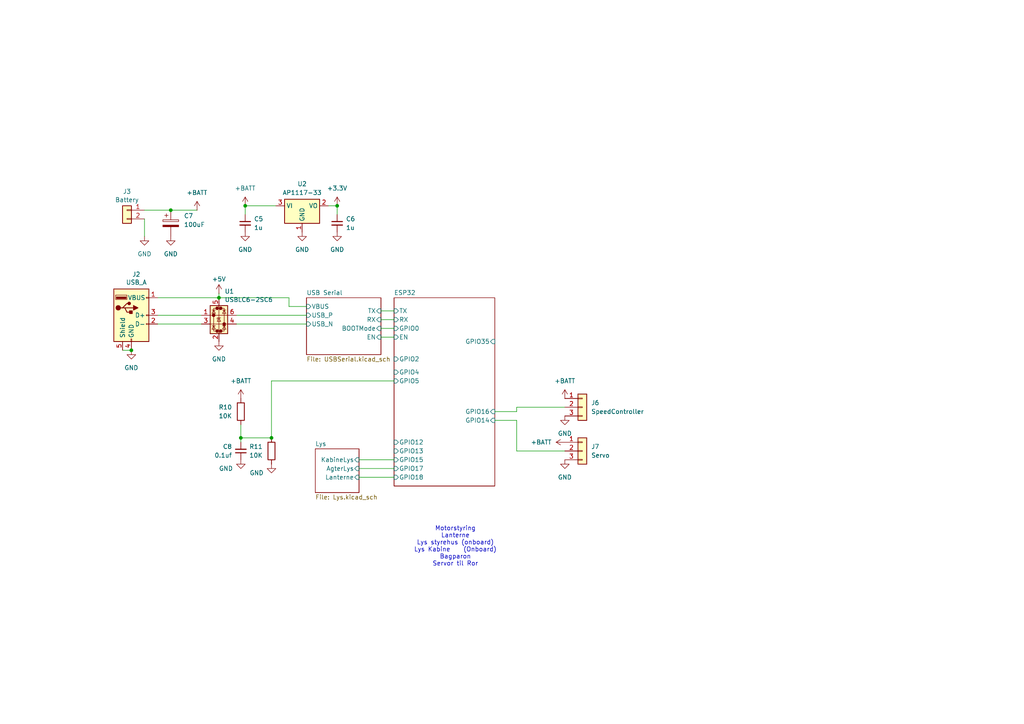
<source format=kicad_sch>
(kicad_sch (version 20231120) (generator "eeschema") (generator_version "8.0")
  (paper "A4")
  (lib_symbols
    (symbol "Connector_Generic:Conn_01x02" (pin_names (offset 1.016) hide)
      (property "Reference" "J" (at 0 2.54 0))
      (property "Value" "Conn_01x02" (at 0 -5.08 0))
      (symbol "Conn_01x02_1_1"
        (rectangle (start -1.27 -2.413) (end 0 -2.667) (stroke (width 0.1524)))
        (rectangle (start -1.27 0.127) (end 0 -0.127) (stroke (width 0.1524)))
        (rectangle (start -1.27 1.27) (end 1.27 -3.81) (stroke (width 0.254)) (fill (type background)))
        (pin passive line (at -5.08 0 0) (length 3.81) (name "Pin_1") (number "1"))
        (pin passive line (at -5.08 -2.54 0) (length 3.81) (name "Pin_2") (number "2"))
      )
    )
    (symbol "Connector_Generic:Conn_01x03" (pin_names (offset 1.016) hide)
      (property "Reference" "J" (at 0 5.08 0))
      (property "Value" "Conn_01x03" (at 0 -5.08 0))
      (symbol "Conn_01x03_1_1"
        (rectangle (start -1.27 -2.413) (end 0 -2.667) (stroke (width 0.1524)))
        (rectangle (start -1.27 0.127) (end 0 -0.127) (stroke (width 0.1524)))
        (rectangle (start -1.27 2.667) (end 0 2.413) (stroke (width 0.1524)))
        (rectangle (start -1.27 3.81) (end 1.27 -3.81) (stroke (width 0.254)) (fill (type background)))
        (pin passive line (at -5.08 2.54 0) (length 3.81) (name "Pin_1") (number "1"))
        (pin passive line (at -5.08 0 0) (length 3.81) (name "Pin_2") (number "2"))
        (pin passive line (at -5.08 -2.54 0) (length 3.81) (name "Pin_3") (number "3"))
      )
    )
    (symbol "Device:C_Polarized" (pin_numbers hide) (pin_names (offset 0.254))
      (property "Reference" "C" (at 0.635 2.54 0))
      (property "Value" "C_Polarized" (at 0.635 -2.54 0))
      (symbol "C_Polarized_0_1"
        (rectangle (start -2.286 0.508) (end 2.286 1.016))
        (polyline (pts (xy -1.778 2.286) (xy -0.762 2.286)))
        (polyline (pts (xy -1.27 2.794) (xy -1.27 1.778)))
        (rectangle (start 2.286 -0.508) (end -2.286 -1.016) (fill (type outline)))
      )
      (symbol "C_Polarized_1_1"
        (pin passive line (at 0 3.81 270) (length 2.794) (name "~") (number "1"))
        (pin passive line (at 0 -3.81 90) (length 2.794) (name "~") (number "2"))
      )
    )
    (symbol "Device:C_Small" (pin_numbers hide) (pin_names (offset 0.254) hide)
      (property "Reference" "C" (at 0.254 1.778 0))
      (property "Value" "C_Small" (at 0.254 -2.032 0))
      (symbol "C_Small_0_1"
        (polyline (pts (xy -1.524 -0.508) (xy 1.524 -0.508)) (stroke (width 0.3302)))
        (polyline (pts (xy -1.524 0.508) (xy 1.524 0.508)) (stroke (width 0.3048)))
      )
      (symbol "C_Small_1_1"
        (pin passive line (at 0 2.54 270) (length 2.032) (name "~") (number "1"))
        (pin passive line (at 0 -2.54 90) (length 2.032) (name "~") (number "2"))
      )
    )
    (symbol "Device:R" (pin_numbers hide) (pin_names (offset 0))
      (property "Reference" "R" (at 2.032 0 90))
      (property "Value" "R" (at 0 0 90))
      (symbol "R_0_1"
        (rectangle (start -1.016 -2.54) (end 1.016 2.54) (stroke (width 0.254)))
      )
      (symbol "R_1_1"
        (pin passive line (at 0 3.81 270) (length 1.27) (name "~") (number "1"))
        (pin passive line (at 0 -3.81 90) (length 1.27) (name "~") (number "2"))
      )
    )
    (symbol "GND_22" (power) (pin_names (offset 0))
      (property "Value" "GND_22" (at 0 -3.81 0))
      (symbol "GND_22_0_1"
        (polyline (pts (xy 0 0) (xy 0 -1.27) (xy 1.27 -1.27) (xy 0 -2.54) (xy -1.27 -1.27) (xy 0 -1.27)))
      )
      (symbol "GND_22_1_1"
        (pin power_in line (at 0 0 270) (length 0) hide (name "GND") (number "1"))
      )
    )
    (symbol "GND_7" (power) (pin_names (offset 0))
      (property "Value" "GND_7" (at 0 -3.81 0))
      (symbol "GND_7_0_1"
        (polyline (pts (xy 0 0) (xy 0 -1.27) (xy 1.27 -1.27) (xy 0 -2.54) (xy -1.27 -1.27) (xy 0 -1.27)))
      )
      (symbol "GND_7_1_1"
        (pin power_in line (at 0 0 270) (length 0) hide (name "GND") (number "1"))
      )
    )
    (symbol "Power_Protection:USBLC6-2SC6" (pin_names hide)
      (property "Reference" "U" (at 0.635 5.715 0))
      (property "Value" "USBLC6-2SC6" (at 0.635 3.81 0))
      (symbol "USBLC6-2SC6_0_0"
        (circle (center -1.524 0) (radius 0.0001) (stroke (width 0.508)))
        (circle (center -0.508 -4.572) (radius 0.0001) (stroke (width 0.508)))
        (circle (center -0.508 2.032) (radius 0.0001) (stroke (width 0.508)))
        (circle (center 0.508 -4.572) (radius 0.0001) (stroke (width 0.508)))
        (circle (center 0.508 2.032) (radius 0.0001) (stroke (width 0.508)))
        (circle (center 1.524 -2.54) (radius 0.0001) (stroke (width 0.508)))
      )
      (symbol "USBLC6-2SC6_0_1"
        (polyline (pts (xy -2.54 -2.54) (xy 2.54 -2.54)))
        (polyline (pts (xy -2.54 0) (xy 2.54 0)))
        (polyline (pts (xy -2.032 -3.048) (xy -1.016 -3.048)))
        (polyline (pts (xy -1.016 1.524) (xy -2.032 1.524)))
        (polyline (pts (xy 1.016 -3.048) (xy 2.032 -3.048)))
        (polyline (pts (xy 1.016 1.524) (xy 2.032 1.524)))
        (polyline (pts (xy -0.508 -1.143) (xy -0.508 -0.762) (xy 0.508 -0.762)))
        (polyline (pts (xy -2.032 0.508) (xy -1.016 0.508) (xy -1.524 1.524) (xy -2.032 0.508)))
        (polyline (pts (xy -1.016 -4.064) (xy -2.032 -4.064) (xy -1.524 -3.048) (xy -1.016 -4.064)))
        (polyline (pts (xy 0.508 -1.778) (xy -0.508 -1.778) (xy 0 -0.762) (xy 0.508 -1.778)))
        (polyline (pts (xy 2.032 -4.064) (xy 1.016 -4.064) (xy 1.524 -3.048) (xy 2.032 -4.064)))
        (polyline (pts (xy 2.032 0.508) (xy 1.016 0.508) (xy 1.524 1.524) (xy 2.032 0.508)))
        (polyline (pts (xy 0 2.54) (xy -0.508 2.032) (xy 0.508 2.032) (xy 0 1.524) (xy 0 -4.064) (xy -0.508 -4.572) (xy 0.508 -4.572) (xy 0 -5.08)))
      )
      (symbol "USBLC6-2SC6_1_1"
        (rectangle (start -2.54 2.794) (end 2.54 -5.334) (stroke (width 0.254)) (fill (type background)))
        (polyline (pts (xy -0.508 2.032) (xy -1.524 2.032) (xy -1.524 -4.572) (xy -0.508 -4.572)))
        (polyline (pts (xy 0.508 -4.572) (xy 1.524 -4.572) (xy 1.524 2.032) (xy 0.508 2.032)))
        (pin passive line (at -5.08 0 0) (length 2.54) (name "I/O1") (number "1"))
        (pin passive line (at 0 -7.62 90) (length 2.54) (name "GND") (number "2"))
        (pin passive line (at -5.08 -2.54 0) (length 2.54) (name "I/O2") (number "3"))
        (pin passive line (at 5.08 -2.54 180) (length 2.54) (name "I/O2") (number "4"))
        (pin passive line (at 0 5.08 270) (length 2.54) (name "VBUS") (number "5"))
        (pin passive line (at 5.08 0 180) (length 2.54) (name "I/O1") (number "6"))
      )
    )
    (symbol "Programmer-rescue:USB_A-Connector" (pin_names (offset 1.016))
      (property "Reference" "J" (at -5.08 11.43 0))
      (property "Value" "Connector_USB_A" (at -5.08 8.89 0))
      (symbol "USB_A-Connector_0_1"
        (rectangle (start -5.08 -7.62) (end 5.08 7.62) (stroke (width 0.254)) (fill (type background)))
        (circle (center -3.81 2.159) (radius 0.635) (stroke (width 0.254)) (fill (type outline)))
        (rectangle (start -1.524 4.826) (end -4.318 5.334) (fill (type outline)))
        (rectangle (start -1.27 4.572) (end -4.572 5.842))
        (circle (center -0.635 3.429) (radius 0.381) (stroke (width 0.254)) (fill (type outline)))
        (rectangle (start -0.127 -7.62) (end 0.127 -6.858))
        (polyline (pts (xy -3.175 2.159) (xy -2.54 2.159) (xy -1.27 3.429) (xy -0.635 3.429)) (stroke (width 0.254)))
        (polyline (pts (xy -2.54 2.159) (xy -1.905 2.159) (xy -1.27 0.889) (xy 0 0.889)) (stroke (width 0.254)))
        (polyline (pts (xy 0.635 2.794) (xy 0.635 1.524) (xy 1.905 2.159) (xy 0.635 2.794)) (stroke (width 0.254)) (fill (type outline)))
        (rectangle (start 0.254 1.27) (end -0.508 0.508) (stroke (width 0.254)) (fill (type outline)))
        (rectangle (start 5.08 -2.667) (end 4.318 -2.413))
        (rectangle (start 5.08 -0.127) (end 4.318 0.127))
        (rectangle (start 5.08 4.953) (end 4.318 5.207))
      )
      (symbol "USB_A-Connector_1_1"
        (polyline (pts (xy -1.905 2.159) (xy 0.635 2.159)) (stroke (width 0.254)))
        (pin power_in line (at 7.62 5.08 180) (length 2.54) (name "VBUS") (number "1"))
        (pin passive line (at 7.62 -2.54 180) (length 2.54) (name "D-") (number "2"))
        (pin passive line (at 7.62 0 180) (length 2.54) (name "D+") (number "3"))
        (pin power_in line (at 0 -10.16 90) (length 2.54) (name "GND") (number "4"))
        (pin passive line (at -2.54 -10.16 90) (length 2.54) (name "Shield") (number "5"))
      )
    )
    (symbol "Regulator_Linear:AP1117-33"
      (property "Reference" "U" (at -3.81 3.175 0))
      (property "Value" "AP1117-33" (at 0 3.175 0))
      (symbol "AP1117-33_0_1"
        (rectangle (start -5.08 -5.08) (end 5.08 1.905) (stroke (width 0.254)) (fill (type background)))
      )
      (symbol "AP1117-33_1_1"
        (pin power_in line (at 0 -7.62 90) (length 2.54) (name "GND") (number "1"))
        (pin power_out line (at 7.62 0 180) (length 2.54) (name "VO") (number "2"))
        (pin power_in line (at -7.62 0 0) (length 2.54) (name "VI") (number "3"))
      )
    )
    (symbol "power:+3.3V" (power) (pin_numbers hide) (pin_names (offset 0) hide)
      (property "Value" "+3.3V" (at 0 3.556 0))
      (symbol "+3.3V_0_1"
        (polyline (pts (xy -0.762 1.27) (xy 0 2.54)))
        (polyline (pts (xy 0 0) (xy 0 2.54)))
        (polyline (pts (xy 0 2.54) (xy 0.762 1.27)))
      )
      (symbol "+3.3V_1_1"
        (pin power_in line (at 0 0 90) (length 0) (name "~") (number "1"))
      )
    )
    (symbol "power:+5V" (power) (pin_numbers hide) (pin_names (offset 0) hide)
      (property "Value" "+5V" (at 0 3.556 0))
      (symbol "+5V_0_1"
        (polyline (pts (xy -0.762 1.27) (xy 0 2.54)))
        (polyline (pts (xy 0 0) (xy 0 2.54)))
        (polyline (pts (xy 0 2.54) (xy 0.762 1.27)))
      )
      (symbol "+5V_1_1"
        (pin power_in line (at 0 0 90) (length 0) (name "~") (number "1"))
      )
    )
    (symbol "power:+BATT" (power) (pin_numbers hide) (pin_names (offset 0) hide)
      (property "Value" "+BATT" (at 0 3.556 0))
      (symbol "+BATT_0_1"
        (polyline (pts (xy -0.762 1.27) (xy 0 2.54)))
        (polyline (pts (xy 0 0) (xy 0 2.54)))
        (polyline (pts (xy 0 2.54) (xy 0.762 1.27)))
      )
      (symbol "+BATT_1_1"
        (pin power_in line (at 0 0 90) (length 0) (name "~") (number "1"))
      )
    )
  )
  (junction (at 71.12 59.69))
  (junction (at 63.5 86.36))
  (junction (at 69.85 127))
  (junction (at 38.1 101.6))
  (junction (at 97.79 59.69))
  (junction (at 49.53 60.96))
  (junction (at 78.74 127))
  (wire (pts (xy 45.72 93.98) (xy 58.42 93.98)))
  (wire (pts (xy 83.82 88.9) (xy 83.82 86.36)))
  (wire (pts (xy 163.83 130.81) (xy 149.86 130.81)))
  (wire (pts (xy 49.53 60.96) (xy 57.15 60.96)))
  (wire (pts (xy 45.72 86.36) (xy 63.5 86.36)))
  (wire (pts (xy 149.86 118.11) (xy 163.83 118.11)))
  (wire (pts (xy 110.49 92.71) (xy 114.3 92.71)))
  (wire (pts (xy 69.85 127) (xy 69.85 128.27)))
  (wire (pts (xy 69.85 123.19) (xy 69.85 127)))
  (wire (pts (xy 104.14 133.35) (xy 114.3 133.35)))
  (wire (pts (xy 104.14 138.43) (xy 114.3 138.43)))
  (wire (pts (xy 110.49 97.79) (xy 114.3 97.79)))
  (wire (pts (xy 110.49 90.17) (xy 114.3 90.17)))
  (wire (pts (xy 149.86 130.81) (xy 149.86 121.92)))
  (wire (pts (xy 45.72 91.44) (xy 58.42 91.44)))
  (wire (pts (xy 83.82 86.36) (xy 63.5 86.36)))
  (wire (pts (xy 97.79 59.69) (xy 97.79 62.23)))
  (wire (pts (xy 68.58 93.98) (xy 88.9 93.98)))
  (wire (pts (xy 149.86 121.92) (xy 143.51 121.92)))
  (wire (pts (xy 114.3 110.49) (xy 78.74 110.49)))
  (wire (pts (xy 80.01 59.69) (xy 71.12 59.69)))
  (wire (pts (xy 88.9 88.9) (xy 83.82 88.9)))
  (wire (pts (xy 71.12 59.69) (xy 71.12 62.23)))
  (wire (pts (xy 78.74 110.49) (xy 78.74 127)))
  (wire (pts (xy 143.51 119.38) (xy 149.86 119.38)))
  (wire (pts (xy 95.25 59.69) (xy 97.79 59.69)))
  (wire (pts (xy 68.58 91.44) (xy 88.9 91.44)))
  (wire (pts (xy 104.14 135.89) (xy 114.3 135.89)))
  (wire (pts (xy 41.91 60.96) (xy 49.53 60.96)))
  (wire (pts (xy 69.85 127) (xy 78.74 127)))
  (wire (pts (xy 41.91 68.58) (xy 41.91 63.5)))
  (wire (pts (xy 149.86 119.38) (xy 149.86 118.11)))
  (wire (pts (xy 35.56 101.6) (xy 38.1 101.6)))
  (wire (pts (xy 110.49 95.25) (xy 114.3 95.25)))
  (wire (pts (xy 63.5 85.09) (xy 63.5 86.36)))
  (text "Motorstyring\nLanterne\nLys styrehus (onboard)\nLys Kabine    (Onboard)\nBagparon\nServor til Ror\n" (at 132.08 158.496 0) (effects (font (size 1.27 1.27))))
  (symbol (lib_name "GND_22") (lib_id "power:GND") (at 78.74 134.62 0) (unit 1)
    (property "Reference" "#PWR034" (effects (hide yes)))
    (property "Value" "GND" (at 74.422 137.16 0))
  )
  (symbol (lib_name "GND_22") (lib_id "power:GND") (at 69.85 133.35 0) (unit 1)
    (property "Reference" "#PWR027" (effects (hide yes)))
    (property "Value" "GND" (at 65.532 135.89 0))
  )
  (symbol (lib_id "Power_Protection:USBLC6-2SC6") (at 63.5 91.44 0) (unit 1)
    (property "Reference" "U1" (at 65.1511 84.5015 0) (effects (justify left)))
    (property "Value" "USBLC6-2SC6" (at 65.1511 86.9258 0) (effects (justify left)))
    (property "Footprint" "Package_TO_SOT_SMD:SOT-23-6" (effects (hide yes)))
    (property "Datasheet" "https://www.st.com/resource/en/datasheet/usblc6-2.pdf" (effects (hide yes)))
    (property "Description" "Very low capacitance ESD protection diode, 2 data-line, SOT-23-6" (effects (hide yes)))
  )
  (symbol (lib_id "Device:R") (at 69.85 119.38 0) (mirror y) (unit 1)
    (property "Reference" "R10" (at 67.31 118.1099 0) (effects (justify left)))
    (property "Value" "10K" (at 67.31 120.6499 0) (effects (justify left)))
    (property "Footprint" "Resistor_SMD:R_0603_1608Metric" (effects (hide yes)))
    (property "LINK" "https://www.digikey.com/en/products/detail/stackpole-electronics-inc/RMCF0805JT10K0/1757762" (effects (hide yes)))
  )
  (symbol (lib_id "Device:C_Small") (at 97.79 64.77 0) (unit 1)
    (property "Reference" "C6" (at 100.33 63.5062 0) (effects (justify left)))
    (property "Value" "1u" (at 100.33 66.0462 0) (effects (justify left)))
    (property "Footprint" "Capacitor_SMD:C_0603_1608Metric" (effects (hide yes)))
    (property "Description" "Unpolarized capacitor, small symbol" (effects (hide yes)))
  )
  (symbol (lib_id "power:+BATT") (at 57.15 60.96 0) (unit 1)
    (property "Reference" "#PWR012" (effects (hide yes)))
    (property "Value" "+BATT" (at 57.15 55.88 0))
    (property "Description" "Power symbol creates a global label with name \"+BATT\"" (effects (hide yes)))
  )
  (symbol (lib_name "GND_7") (lib_id "power:GND") (at 38.1 101.6 0) (mirror y) (unit 1)
    (property "Reference" "#PWR01" (effects (hide yes)))
    (property "Value" "GND" (at 38.1 106.68 0))
  )
  (symbol (lib_name "GND_7") (lib_id "power:GND") (at 163.83 120.65 0) (unit 1)
    (property "Reference" "#PWR017" (effects (hide yes)))
    (property "Value" "GND" (at 163.83 125.73 0))
  )
  (symbol (lib_id "power:+5V") (at 63.5 85.09 0) (unit 1)
    (property "Reference" "#PWR03" (effects (hide yes)))
    (property "Value" "+5V" (at 63.5 80.9569 0))
    (property "Description" "Power symbol creates a global label with name \"+5V\"" (effects (hide yes)))
  )
  (symbol (lib_id "Programmer-rescue:USB_A-Connector") (at 38.1 91.44 0) (unit 1)
    (property "Reference" "J2" (at 39.5478 79.5782 0))
    (property "Value" "USB_A" (at 39.5478 81.8896 0))
    (property "Footprint" "Connector_USB:USB_Mini-B_Wuerth_65100516121_Horizontal" (effects (hide yes)))
    (property "Datasheet" " ~" (effects (hide yes)))
  )
  (symbol (lib_id "power:+BATT") (at 163.83 115.57 0) (unit 1)
    (property "Reference" "#PWR018" (effects (hide yes)))
    (property "Value" "+BATT" (at 163.83 110.49 0))
    (property "Description" "Power symbol creates a global label with name \"+BATT\"" (effects (hide yes)))
  )
  (symbol (lib_id "Device:C_Small") (at 69.85 130.81 0) (mirror x) (unit 1)
    (property "Reference" "C8" (at 67.31 129.5336 0) (effects (justify right)))
    (property "Value" "0.1uf" (at 67.31 132.0736 0) (effects (justify right)))
    (property "Footprint" "Capacitor_SMD:C_0603_1608Metric" (effects (hide yes)))
    (property "LINK" "https://www.digikey.com/en/products/detail/samsung-electro-mechanics/CL21B104KBCNNNC/3886661" (effects (hide yes)))
  )
  (symbol (lib_id "Device:C_Polarized") (at 49.53 64.77 0) (unit 1)
    (property "Reference" "C7" (at 53.34 62.6109 0) (effects (justify left)))
    (property "Value" "100uF" (at 53.34 65.1509 0) (effects (justify left)))
    (property "Footprint" "Capacitor_SMD:CP_Elec_6.3x5.4" (effects (hide yes)))
    (property "Description" "Polarized capacitor" (effects (hide yes)))
  )
  (symbol (lib_name "GND_7") (lib_id "power:GND") (at 163.83 133.35 0) (unit 1)
    (property "Reference" "#PWR016" (effects (hide yes)))
    (property "Value" "GND" (at 163.83 138.43 0))
  )
  (symbol (lib_id "Regulator_Linear:AP1117-33") (at 87.63 59.69 0) (unit 1)
    (property "Reference" "U2" (at 87.63 53.34 0))
    (property "Value" "AP1117-33" (at 87.63 55.88 0))
    (property "Footprint" "Package_TO_SOT_SMD:SOT-223-3_TabPin2" (effects (hide yes)))
    (property "Datasheet" "http://www.diodes.com/datasheets/AP1117.pdf" (effects (hide yes)))
    (property "Description" "1A Low Dropout regulator, positive, 3.3V fixed output, SOT-223" (effects (hide yes)))
  )
  (symbol (lib_id "power:+BATT") (at 163.83 128.27 90) (unit 1)
    (property "Reference" "#PWR019" (effects (hide yes)))
    (property "Value" "+BATT" (at 160.02 128.2699 90) (effects (justify left)))
    (property "Description" "Power symbol creates a global label with name \"+BATT\"" (effects (hide yes)))
  )
  (symbol (lib_id "power:+3.3V") (at 97.79 59.69 0) (unit 1)
    (property "Reference" "#PWR025" (effects (hide yes)))
    (property "Value" "+3.3V" (at 97.79 54.61 0))
    (property "Description" "Power symbol creates a global label with name \"+3.3V\"" (effects (hide yes)))
  )
  (symbol (lib_name "GND_7") (lib_id "power:GND") (at 41.91 68.58 0) (unit 1)
    (property "Reference" "#PWR05" (effects (hide yes)))
    (property "Value" "GND" (at 41.91 73.66 0))
  )
  (symbol (lib_id "Connector_Generic:Conn_01x03") (at 168.91 130.81 0) (unit 1)
    (property "Reference" "J7" (at 171.45 129.5399 0) (effects (justify left)))
    (property "Value" "Servo" (at 171.45 132.0799 0) (effects (justify left)))
    (property "Footprint" "Connector_Molex:Molex_KK-254_AE-6410-03A_1x03_P2.54mm_Vertical" (effects (hide yes)))
    (property "Description" "Generic connector, single row, 01x03, script generated (kicad-library-utils/schlib/autogen/connector/)" (effects (hide yes)))
  )
  (symbol (lib_id "Connector_Generic:Conn_01x02") (at 36.83 60.96 0) (mirror y) (unit 1)
    (property "Reference" "J3" (at 36.83 55.5455 0))
    (property "Value" "Battery" (at 36.83 57.9698 0))
    (property "Footprint" "Connector_Molex:Molex_KK-254_AE-6410-02A_1x02_P2.54mm_Vertical" (effects (hide yes)))
    (property "Description" "Generic connector, single row, 01x02, script generated (kicad-library-utils/schlib/autogen/connector/)" (effects (hide yes)))
  )
  (symbol (lib_id "Connector_Generic:Conn_01x03") (at 168.91 118.11 0) (unit 1)
    (property "Reference" "J6" (at 171.45 116.8399 0) (effects (justify left)))
    (property "Value" "SpeedController" (at 171.45 119.3799 0) (effects (justify left)))
    (property "Footprint" "Connector_Molex:Molex_KK-254_AE-6410-03A_1x03_P2.54mm_Vertical" (effects (hide yes)))
    (property "Description" "Generic connector, single row, 01x03, script generated (kicad-library-utils/schlib/autogen/connector/)" (effects (hide yes)))
  )
  (symbol (lib_name "GND_7") (lib_id "power:GND") (at 63.5 99.06 0) (unit 1)
    (property "Reference" "#PWR04" (effects (hide yes)))
    (property "Value" "GND" (at 63.5 104.14 0))
  )
  (symbol (lib_name "GND_7") (lib_id "power:GND") (at 71.12 67.31 0) (unit 1)
    (property "Reference" "#PWR021" (effects (hide yes)))
    (property "Value" "GND" (at 71.12 72.39 0))
  )
  (symbol (lib_name "GND_7") (lib_id "power:GND") (at 87.63 67.31 0) (unit 1)
    (property "Reference" "#PWR020" (effects (hide yes)))
    (property "Value" "GND" (at 87.63 72.39 0))
  )
  (symbol (lib_id "Device:C_Small") (at 71.12 64.77 0) (unit 1)
    (property "Reference" "C5" (at 73.66 63.5062 0) (effects (justify left)))
    (property "Value" "1u" (at 73.66 66.0462 0) (effects (justify left)))
    (property "Footprint" "Capacitor_SMD:C_0603_1608Metric" (effects (hide yes)))
    (property "Description" "Unpolarized capacitor, small symbol" (effects (hide yes)))
  )
  (symbol (lib_name "GND_7") (lib_id "power:GND") (at 97.79 67.31 0) (unit 1)
    (property "Reference" "#PWR023" (effects (hide yes)))
    (property "Value" "GND" (at 97.79 72.39 0))
  )
  (symbol (lib_id "power:+BATT") (at 71.12 59.69 0) (unit 1)
    (property "Reference" "#PWR022" (effects (hide yes)))
    (property "Value" "+BATT" (at 71.12 54.61 0))
    (property "Description" "Power symbol creates a global label with name \"+BATT\"" (effects (hide yes)))
  )
  (symbol (lib_name "GND_7") (lib_id "power:GND") (at 49.53 68.58 0) (unit 1)
    (property "Reference" "#PWR026" (effects (hide yes)))
    (property "Value" "GND" (at 49.53 73.66 0))
  )
  (symbol (lib_id "power:+BATT") (at 69.85 115.57 0) (unit 1)
    (property "Reference" "#PWR02" (effects (hide yes)))
    (property "Value" "+BATT" (at 69.85 110.49 0))
    (property "Description" "Power symbol creates a global label with name \"+BATT\"" (effects (hide yes)))
  )
  (symbol (lib_id "Device:R") (at 78.74 130.81 0) (mirror y) (unit 1)
    (property "Reference" "R11" (at 76.2 129.5399 0) (effects (justify left)))
    (property "Value" "10K" (at 76.2 132.0799 0) (effects (justify left)))
    (property "Footprint" "Resistor_SMD:R_0603_1608Metric" (effects (hide yes)))
    (property "LINK" "https://www.digikey.com/en/products/detail/stackpole-electronics-inc/RMCF0805JT10K0/1757762" (effects (hide yes)))
  )
  (sheet (at 88.9 86.36) (size 21.59 16.51) (stroke (width 0.1524))
    (property "Sheetname" "USB Serial" (at 88.9 85.6484 0) (effects (justify left bottom)))
    (property "Sheetfile" "USBSerial.kicad_sch" (at 88.9 103.4546 0) (effects (justify left top)))
    (pin "RX" input (at 110.49 92.71 0))
    (pin "TX" input (at 110.49 90.17 0))
    (pin "USB_N" input (at 88.9 93.98 180))
    (pin "USB_P" input (at 88.9 91.44 180))
    (pin "VBUS" input (at 88.9 88.9 180))
    (pin "BOOTMode" input (at 110.49 95.25 0))
    (pin "EN" input (at 110.49 97.79 0))
  )
  (sheet (at 91.44 130.175) (size 12.7 12.7) (stroke (width 0.1524))
    (property "Sheetname" "Lys" (at 91.44 129.4634 0) (effects (justify left bottom)))
    (property "Sheetfile" "Lys.kicad_sch" (at 91.44 143.4596 0) (effects (justify left top)))
    (pin "KabineLys" input (at 104.14 133.35 0))
    (pin "AgterLys" input (at 104.14 135.89 0))
    (pin "Lanterne" input (at 104.14 138.43 0))
  )
  (sheet (at 114.3 86.36) (size 29.21 54.61) (stroke (width 0.1524))
    (property "Sheetname" "ESP32" (at 114.3 85.6484 0) (effects (justify left bottom)))
    (property "Sheetfile" "StdEsp32_worm2.kicad_sch" (effects (hide yes)))
    (pin "GPIO2" input (at 114.3 104.14 180))
    (pin "GPIO5" input (at 114.3 110.49 180))
    (pin "GPIO4" input (at 114.3 107.95 180))
    (pin "GPIO35" input (at 143.51 99.06 0))
    (pin "TX" input (at 114.3 90.17 180))
    (pin "RX" input (at 114.3 92.71 180))
    (pin "GPIO0" input (at 114.3 95.25 180))
    (pin "EN" input (at 114.3 97.79 180))
    (pin "GPIO18" input (at 114.3 138.43 180))
    (pin "GPIO13" input (at 114.3 130.81 180))
    (pin "GPIO17" input (at 114.3 135.89 180))
    (pin "GPIO15" input (at 114.3 133.35 180))
    (pin "GPIO12" input (at 114.3 128.27 180))
    (pin "GPIO16" input (at 143.51 119.38 0))
    (pin "GPIO14" input (at 143.51 121.92 0))
  )
)
</source>
